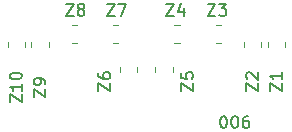
<source format=gbr>
%TF.GenerationSoftware,KiCad,Pcbnew,6.0.1-79c1e3a40b~116~ubuntu20.04.1*%
%TF.CreationDate,2022-01-29T00:58:04+01:00*%
%TF.ProjectId,filter,66696c74-6572-42e6-9b69-6361645f7063,rev?*%
%TF.SameCoordinates,Original*%
%TF.FileFunction,Legend,Top*%
%TF.FilePolarity,Positive*%
%FSLAX46Y46*%
G04 Gerber Fmt 4.6, Leading zero omitted, Abs format (unit mm)*
G04 Created by KiCad (PCBNEW 6.0.1-79c1e3a40b~116~ubuntu20.04.1) date 2022-01-29 00:58:04*
%MOMM*%
%LPD*%
G01*
G04 APERTURE LIST*
%ADD10C,0.150000*%
%ADD11C,0.120000*%
G04 APERTURE END LIST*
D10*
X129000000Y-69452380D02*
X129095238Y-69452380D01*
X129190476Y-69500000D01*
X129238095Y-69547619D01*
X129285714Y-69642857D01*
X129333333Y-69833333D01*
X129333333Y-70071428D01*
X129285714Y-70261904D01*
X129238095Y-70357142D01*
X129190476Y-70404761D01*
X129095238Y-70452380D01*
X129000000Y-70452380D01*
X128904761Y-70404761D01*
X128857142Y-70357142D01*
X128809523Y-70261904D01*
X128761904Y-70071428D01*
X128761904Y-69833333D01*
X128809523Y-69642857D01*
X128857142Y-69547619D01*
X128904761Y-69500000D01*
X129000000Y-69452380D01*
X129952380Y-69452380D02*
X130047619Y-69452380D01*
X130142857Y-69500000D01*
X130190476Y-69547619D01*
X130238095Y-69642857D01*
X130285714Y-69833333D01*
X130285714Y-70071428D01*
X130238095Y-70261904D01*
X130190476Y-70357142D01*
X130142857Y-70404761D01*
X130047619Y-70452380D01*
X129952380Y-70452380D01*
X129857142Y-70404761D01*
X129809523Y-70357142D01*
X129761904Y-70261904D01*
X129714285Y-70071428D01*
X129714285Y-69833333D01*
X129761904Y-69642857D01*
X129809523Y-69547619D01*
X129857142Y-69500000D01*
X129952380Y-69452380D01*
X131142857Y-69452380D02*
X130952380Y-69452380D01*
X130857142Y-69500000D01*
X130809523Y-69547619D01*
X130714285Y-69690476D01*
X130666666Y-69880952D01*
X130666666Y-70261904D01*
X130714285Y-70357142D01*
X130761904Y-70404761D01*
X130857142Y-70452380D01*
X131047619Y-70452380D01*
X131142857Y-70404761D01*
X131190476Y-70357142D01*
X131238095Y-70261904D01*
X131238095Y-70023809D01*
X131190476Y-69928571D01*
X131142857Y-69880952D01*
X131047619Y-69833333D01*
X130857142Y-69833333D01*
X130761904Y-69880952D01*
X130714285Y-69928571D01*
X130666666Y-70023809D01*
%TO.C,Z10*%
X110952380Y-68285714D02*
X110952380Y-67619047D01*
X111952380Y-68285714D01*
X111952380Y-67619047D01*
X111952380Y-66714285D02*
X111952380Y-67285714D01*
X111952380Y-67000000D02*
X110952380Y-67000000D01*
X111095238Y-67095238D01*
X111190476Y-67190476D01*
X111238095Y-67285714D01*
X110952380Y-66095238D02*
X110952380Y-66000000D01*
X111000000Y-65904761D01*
X111047619Y-65857142D01*
X111142857Y-65809523D01*
X111333333Y-65761904D01*
X111571428Y-65761904D01*
X111761904Y-65809523D01*
X111857142Y-65857142D01*
X111904761Y-65904761D01*
X111952380Y-66000000D01*
X111952380Y-66095238D01*
X111904761Y-66190476D01*
X111857142Y-66238095D01*
X111761904Y-66285714D01*
X111571428Y-66333333D01*
X111333333Y-66333333D01*
X111142857Y-66285714D01*
X111047619Y-66238095D01*
X111000000Y-66190476D01*
X110952380Y-66095238D01*
%TO.C,Z9*%
X112952380Y-67809523D02*
X112952380Y-67142857D01*
X113952380Y-67809523D01*
X113952380Y-67142857D01*
X113952380Y-66714285D02*
X113952380Y-66523809D01*
X113904761Y-66428571D01*
X113857142Y-66380952D01*
X113714285Y-66285714D01*
X113523809Y-66238095D01*
X113142857Y-66238095D01*
X113047619Y-66285714D01*
X113000000Y-66333333D01*
X112952380Y-66428571D01*
X112952380Y-66619047D01*
X113000000Y-66714285D01*
X113047619Y-66761904D01*
X113142857Y-66809523D01*
X113380952Y-66809523D01*
X113476190Y-66761904D01*
X113523809Y-66714285D01*
X113571428Y-66619047D01*
X113571428Y-66428571D01*
X113523809Y-66333333D01*
X113476190Y-66285714D01*
X113380952Y-66238095D01*
%TO.C,Z8*%
X115690476Y-59952380D02*
X116357142Y-59952380D01*
X115690476Y-60952380D01*
X116357142Y-60952380D01*
X116880952Y-60380952D02*
X116785714Y-60333333D01*
X116738095Y-60285714D01*
X116690476Y-60190476D01*
X116690476Y-60142857D01*
X116738095Y-60047619D01*
X116785714Y-60000000D01*
X116880952Y-59952380D01*
X117071428Y-59952380D01*
X117166666Y-60000000D01*
X117214285Y-60047619D01*
X117261904Y-60142857D01*
X117261904Y-60190476D01*
X117214285Y-60285714D01*
X117166666Y-60333333D01*
X117071428Y-60380952D01*
X116880952Y-60380952D01*
X116785714Y-60428571D01*
X116738095Y-60476190D01*
X116690476Y-60571428D01*
X116690476Y-60761904D01*
X116738095Y-60857142D01*
X116785714Y-60904761D01*
X116880952Y-60952380D01*
X117071428Y-60952380D01*
X117166666Y-60904761D01*
X117214285Y-60857142D01*
X117261904Y-60761904D01*
X117261904Y-60571428D01*
X117214285Y-60476190D01*
X117166666Y-60428571D01*
X117071428Y-60380952D01*
%TO.C,Z7*%
X119190476Y-59952380D02*
X119857142Y-59952380D01*
X119190476Y-60952380D01*
X119857142Y-60952380D01*
X120142857Y-59952380D02*
X120809523Y-59952380D01*
X120380952Y-60952380D01*
%TO.C,Z6*%
X118452380Y-67309523D02*
X118452380Y-66642857D01*
X119452380Y-67309523D01*
X119452380Y-66642857D01*
X118452380Y-65833333D02*
X118452380Y-66023809D01*
X118500000Y-66119047D01*
X118547619Y-66166666D01*
X118690476Y-66261904D01*
X118880952Y-66309523D01*
X119261904Y-66309523D01*
X119357142Y-66261904D01*
X119404761Y-66214285D01*
X119452380Y-66119047D01*
X119452380Y-65928571D01*
X119404761Y-65833333D01*
X119357142Y-65785714D01*
X119261904Y-65738095D01*
X119023809Y-65738095D01*
X118928571Y-65785714D01*
X118880952Y-65833333D01*
X118833333Y-65928571D01*
X118833333Y-66119047D01*
X118880952Y-66214285D01*
X118928571Y-66261904D01*
X119023809Y-66309523D01*
%TO.C,Z5*%
X125452380Y-67309523D02*
X125452380Y-66642857D01*
X126452380Y-67309523D01*
X126452380Y-66642857D01*
X125452380Y-65785714D02*
X125452380Y-66261904D01*
X125928571Y-66309523D01*
X125880952Y-66261904D01*
X125833333Y-66166666D01*
X125833333Y-65928571D01*
X125880952Y-65833333D01*
X125928571Y-65785714D01*
X126023809Y-65738095D01*
X126261904Y-65738095D01*
X126357142Y-65785714D01*
X126404761Y-65833333D01*
X126452380Y-65928571D01*
X126452380Y-66166666D01*
X126404761Y-66261904D01*
X126357142Y-66309523D01*
%TO.C,Z4*%
X124190476Y-59952380D02*
X124857142Y-59952380D01*
X124190476Y-60952380D01*
X124857142Y-60952380D01*
X125666666Y-60285714D02*
X125666666Y-60952380D01*
X125428571Y-59904761D02*
X125190476Y-60619047D01*
X125809523Y-60619047D01*
%TO.C,Z3*%
X127690476Y-59952380D02*
X128357142Y-59952380D01*
X127690476Y-60952380D01*
X128357142Y-60952380D01*
X128642857Y-59952380D02*
X129261904Y-59952380D01*
X128928571Y-60333333D01*
X129071428Y-60333333D01*
X129166666Y-60380952D01*
X129214285Y-60428571D01*
X129261904Y-60523809D01*
X129261904Y-60761904D01*
X129214285Y-60857142D01*
X129166666Y-60904761D01*
X129071428Y-60952380D01*
X128785714Y-60952380D01*
X128690476Y-60904761D01*
X128642857Y-60857142D01*
%TO.C,Z2*%
X130952380Y-67309523D02*
X130952380Y-66642857D01*
X131952380Y-67309523D01*
X131952380Y-66642857D01*
X131047619Y-66309523D02*
X131000000Y-66261904D01*
X130952380Y-66166666D01*
X130952380Y-65928571D01*
X131000000Y-65833333D01*
X131047619Y-65785714D01*
X131142857Y-65738095D01*
X131238095Y-65738095D01*
X131380952Y-65785714D01*
X131952380Y-66357142D01*
X131952380Y-65738095D01*
%TO.C,Z1*%
X132952380Y-67309523D02*
X132952380Y-66642857D01*
X133952380Y-67309523D01*
X133952380Y-66642857D01*
X133952380Y-65738095D02*
X133952380Y-66309523D01*
X133952380Y-66023809D02*
X132952380Y-66023809D01*
X133095238Y-66119047D01*
X133190476Y-66214285D01*
X133238095Y-66309523D01*
D11*
%TO.C,Z10*%
X112235000Y-63185436D02*
X112235000Y-63639564D01*
X110765000Y-63185436D02*
X110765000Y-63639564D01*
%TO.C,Z9*%
X114235000Y-63185436D02*
X114235000Y-63639564D01*
X112765000Y-63185436D02*
X112765000Y-63639564D01*
%TO.C,Z8*%
X116639564Y-63235000D02*
X116185436Y-63235000D01*
X116639564Y-61765000D02*
X116185436Y-61765000D01*
%TO.C,Z7*%
X120139564Y-63235000D02*
X119685436Y-63235000D01*
X120139564Y-61765000D02*
X119685436Y-61765000D01*
%TO.C,Z6*%
X121735000Y-65272936D02*
X121735000Y-65727064D01*
X120265000Y-65272936D02*
X120265000Y-65727064D01*
%TO.C,Z5*%
X124735000Y-65272936D02*
X124735000Y-65727064D01*
X123265000Y-65272936D02*
X123265000Y-65727064D01*
%TO.C,Z4*%
X125314564Y-63235000D02*
X124860436Y-63235000D01*
X125314564Y-61765000D02*
X124860436Y-61765000D01*
%TO.C,Z3*%
X128814564Y-63235000D02*
X128360436Y-63235000D01*
X128814564Y-61765000D02*
X128360436Y-61765000D01*
%TO.C,Z2*%
X132235000Y-63185436D02*
X132235000Y-63639564D01*
X130765000Y-63185436D02*
X130765000Y-63639564D01*
%TO.C,Z1*%
X134235000Y-63185436D02*
X134235000Y-63639564D01*
X132765000Y-63185436D02*
X132765000Y-63639564D01*
%TD*%
M02*

</source>
